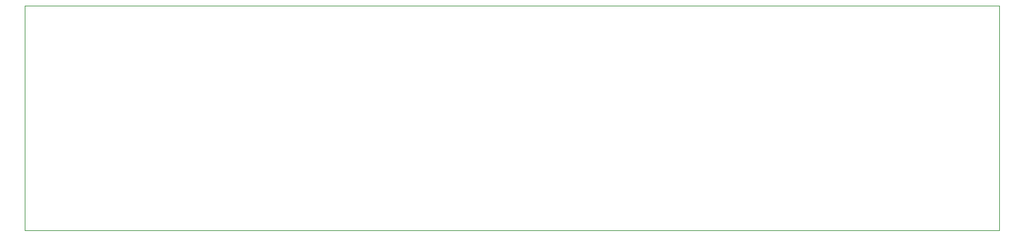
<source format=gbr>
%TF.GenerationSoftware,KiCad,Pcbnew,7.0.9*%
%TF.CreationDate,2025-01-29T17:13:48+09:00*%
%TF.ProjectId,04-RESCUE,30342d52-4553-4435-9545-2e6b69636164,rev?*%
%TF.SameCoordinates,Original*%
%TF.FileFunction,Profile,NP*%
%FSLAX46Y46*%
G04 Gerber Fmt 4.6, Leading zero omitted, Abs format (unit mm)*
G04 Created by KiCad (PCBNEW 7.0.9) date 2025-01-29 17:13:48*
%MOMM*%
%LPD*%
G01*
G04 APERTURE LIST*
%TA.AperFunction,Profile*%
%ADD10C,0.100000*%
%TD*%
G04 APERTURE END LIST*
D10*
X35000000Y-70000000D02*
X165000000Y-70000000D01*
X165000000Y-100000000D01*
X35000000Y-100000000D01*
X35000000Y-70000000D01*
M02*

</source>
